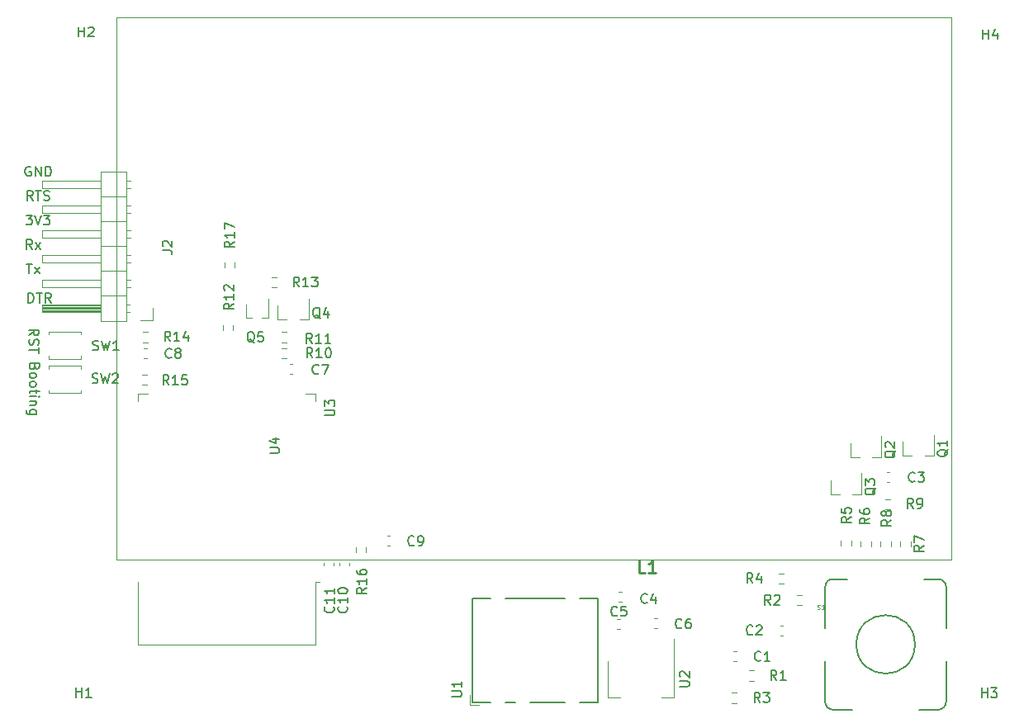
<source format=gbr>
%TF.GenerationSoftware,KiCad,Pcbnew,(5.1.7)-1*%
%TF.CreationDate,2021-01-04T12:01:46+01:00*%
%TF.ProjectId,EZ-PY32,455a2d50-5933-4322-9e6b-696361645f70,rev?*%
%TF.SameCoordinates,Original*%
%TF.FileFunction,Legend,Top*%
%TF.FilePolarity,Positive*%
%FSLAX46Y46*%
G04 Gerber Fmt 4.6, Leading zero omitted, Abs format (unit mm)*
G04 Created by KiCad (PCBNEW (5.1.7)-1) date 2021-01-04 12:01:46*
%MOMM*%
%LPD*%
G01*
G04 APERTURE LIST*
%ADD10C,0.150000*%
%ADD11C,0.120000*%
%ADD12C,0.203200*%
%ADD13C,0.015000*%
%ADD14C,0.254000*%
G04 APERTURE END LIST*
D10*
X50704690Y-89683880D02*
X50704690Y-88683880D01*
X50942785Y-88683880D01*
X51085642Y-88731500D01*
X51180880Y-88826738D01*
X51228500Y-88921976D01*
X51276119Y-89112452D01*
X51276119Y-89255309D01*
X51228500Y-89445785D01*
X51180880Y-89541023D01*
X51085642Y-89636261D01*
X50942785Y-89683880D01*
X50704690Y-89683880D01*
X51561833Y-88683880D02*
X52133261Y-88683880D01*
X51847547Y-89683880D02*
X51847547Y-88683880D01*
X53038023Y-89683880D02*
X52704690Y-89207690D01*
X52466595Y-89683880D02*
X52466595Y-88683880D01*
X52847547Y-88683880D01*
X52942785Y-88731500D01*
X52990404Y-88779119D01*
X53038023Y-88874357D01*
X53038023Y-89017214D01*
X52990404Y-89112452D01*
X52942785Y-89160071D01*
X52847547Y-89207690D01*
X52466595Y-89207690D01*
X50966595Y-75731500D02*
X50871357Y-75683880D01*
X50728500Y-75683880D01*
X50585642Y-75731500D01*
X50490404Y-75826738D01*
X50442785Y-75921976D01*
X50395166Y-76112452D01*
X50395166Y-76255309D01*
X50442785Y-76445785D01*
X50490404Y-76541023D01*
X50585642Y-76636261D01*
X50728500Y-76683880D01*
X50823738Y-76683880D01*
X50966595Y-76636261D01*
X51014214Y-76588642D01*
X51014214Y-76255309D01*
X50823738Y-76255309D01*
X51442785Y-76683880D02*
X51442785Y-75683880D01*
X52014214Y-76683880D01*
X52014214Y-75683880D01*
X52490404Y-76683880D02*
X52490404Y-75683880D01*
X52728500Y-75683880D01*
X52871357Y-75731500D01*
X52966595Y-75826738D01*
X53014214Y-75921976D01*
X53061833Y-76112452D01*
X53061833Y-76255309D01*
X53014214Y-76445785D01*
X52966595Y-76541023D01*
X52871357Y-76636261D01*
X52728500Y-76683880D01*
X52490404Y-76683880D01*
X51180880Y-79183880D02*
X50847547Y-78707690D01*
X50609452Y-79183880D02*
X50609452Y-78183880D01*
X50990404Y-78183880D01*
X51085642Y-78231500D01*
X51133261Y-78279119D01*
X51180880Y-78374357D01*
X51180880Y-78517214D01*
X51133261Y-78612452D01*
X51085642Y-78660071D01*
X50990404Y-78707690D01*
X50609452Y-78707690D01*
X51466595Y-78183880D02*
X52038023Y-78183880D01*
X51752309Y-79183880D02*
X51752309Y-78183880D01*
X52323738Y-79136261D02*
X52466595Y-79183880D01*
X52704690Y-79183880D01*
X52799928Y-79136261D01*
X52847547Y-79088642D01*
X52895166Y-78993404D01*
X52895166Y-78898166D01*
X52847547Y-78802928D01*
X52799928Y-78755309D01*
X52704690Y-78707690D01*
X52514214Y-78660071D01*
X52418976Y-78612452D01*
X52371357Y-78564833D01*
X52323738Y-78469595D01*
X52323738Y-78374357D01*
X52371357Y-78279119D01*
X52418976Y-78231500D01*
X52514214Y-78183880D01*
X52752309Y-78183880D01*
X52895166Y-78231500D01*
X50490404Y-80683880D02*
X51109452Y-80683880D01*
X50776119Y-81064833D01*
X50918976Y-81064833D01*
X51014214Y-81112452D01*
X51061833Y-81160071D01*
X51109452Y-81255309D01*
X51109452Y-81493404D01*
X51061833Y-81588642D01*
X51014214Y-81636261D01*
X50918976Y-81683880D01*
X50633261Y-81683880D01*
X50538023Y-81636261D01*
X50490404Y-81588642D01*
X51395166Y-80683880D02*
X51728500Y-81683880D01*
X52061833Y-80683880D01*
X52299928Y-80683880D02*
X52918976Y-80683880D01*
X52585642Y-81064833D01*
X52728500Y-81064833D01*
X52823738Y-81112452D01*
X52871357Y-81160071D01*
X52918976Y-81255309D01*
X52918976Y-81493404D01*
X52871357Y-81588642D01*
X52823738Y-81636261D01*
X52728500Y-81683880D01*
X52442785Y-81683880D01*
X52347547Y-81636261D01*
X52299928Y-81588642D01*
X51133261Y-84183880D02*
X50799928Y-83707690D01*
X50561833Y-84183880D02*
X50561833Y-83183880D01*
X50942785Y-83183880D01*
X51038023Y-83231500D01*
X51085642Y-83279119D01*
X51133261Y-83374357D01*
X51133261Y-83517214D01*
X51085642Y-83612452D01*
X51038023Y-83660071D01*
X50942785Y-83707690D01*
X50561833Y-83707690D01*
X51466595Y-84183880D02*
X51990404Y-83517214D01*
X51466595Y-83517214D02*
X51990404Y-84183880D01*
X50538023Y-85683880D02*
X51109452Y-85683880D01*
X50823738Y-86683880D02*
X50823738Y-85683880D01*
X51347547Y-86683880D02*
X51871357Y-86017214D01*
X51347547Y-86017214D02*
X51871357Y-86683880D01*
X51379428Y-96239295D02*
X51331809Y-96382152D01*
X51284190Y-96429771D01*
X51188952Y-96477390D01*
X51046095Y-96477390D01*
X50950857Y-96429771D01*
X50903238Y-96382152D01*
X50855619Y-96286914D01*
X50855619Y-95905961D01*
X51855619Y-95905961D01*
X51855619Y-96239295D01*
X51808000Y-96334533D01*
X51760380Y-96382152D01*
X51665142Y-96429771D01*
X51569904Y-96429771D01*
X51474666Y-96382152D01*
X51427047Y-96334533D01*
X51379428Y-96239295D01*
X51379428Y-95905961D01*
X50855619Y-97048819D02*
X50903238Y-96953580D01*
X50950857Y-96905961D01*
X51046095Y-96858342D01*
X51331809Y-96858342D01*
X51427047Y-96905961D01*
X51474666Y-96953580D01*
X51522285Y-97048819D01*
X51522285Y-97191676D01*
X51474666Y-97286914D01*
X51427047Y-97334533D01*
X51331809Y-97382152D01*
X51046095Y-97382152D01*
X50950857Y-97334533D01*
X50903238Y-97286914D01*
X50855619Y-97191676D01*
X50855619Y-97048819D01*
X50855619Y-97953580D02*
X50903238Y-97858342D01*
X50950857Y-97810723D01*
X51046095Y-97763104D01*
X51331809Y-97763104D01*
X51427047Y-97810723D01*
X51474666Y-97858342D01*
X51522285Y-97953580D01*
X51522285Y-98096438D01*
X51474666Y-98191676D01*
X51427047Y-98239295D01*
X51331809Y-98286914D01*
X51046095Y-98286914D01*
X50950857Y-98239295D01*
X50903238Y-98191676D01*
X50855619Y-98096438D01*
X50855619Y-97953580D01*
X51522285Y-98572628D02*
X51522285Y-98953580D01*
X51855619Y-98715485D02*
X50998476Y-98715485D01*
X50903238Y-98763104D01*
X50855619Y-98858342D01*
X50855619Y-98953580D01*
X50855619Y-99286914D02*
X51522285Y-99286914D01*
X51855619Y-99286914D02*
X51808000Y-99239295D01*
X51760380Y-99286914D01*
X51808000Y-99334533D01*
X51855619Y-99286914D01*
X51760380Y-99286914D01*
X51522285Y-99763104D02*
X50855619Y-99763104D01*
X51427047Y-99763104D02*
X51474666Y-99810723D01*
X51522285Y-99905961D01*
X51522285Y-100048819D01*
X51474666Y-100144057D01*
X51379428Y-100191676D01*
X50855619Y-100191676D01*
X51522285Y-101096438D02*
X50712761Y-101096438D01*
X50617523Y-101048819D01*
X50569904Y-101001200D01*
X50522285Y-100905961D01*
X50522285Y-100763104D01*
X50569904Y-100667866D01*
X50903238Y-101096438D02*
X50855619Y-101001200D01*
X50855619Y-100810723D01*
X50903238Y-100715485D01*
X50950857Y-100667866D01*
X51046095Y-100620247D01*
X51331809Y-100620247D01*
X51427047Y-100667866D01*
X51474666Y-100715485D01*
X51522285Y-100810723D01*
X51522285Y-101001200D01*
X51474666Y-101096438D01*
X50804819Y-93025980D02*
X51281009Y-92692647D01*
X50804819Y-92454552D02*
X51804819Y-92454552D01*
X51804819Y-92835504D01*
X51757200Y-92930742D01*
X51709580Y-92978361D01*
X51614342Y-93025980D01*
X51471485Y-93025980D01*
X51376247Y-92978361D01*
X51328628Y-92930742D01*
X51281009Y-92835504D01*
X51281009Y-92454552D01*
X50852438Y-93406933D02*
X50804819Y-93549790D01*
X50804819Y-93787885D01*
X50852438Y-93883123D01*
X50900057Y-93930742D01*
X50995295Y-93978361D01*
X51090533Y-93978361D01*
X51185771Y-93930742D01*
X51233390Y-93883123D01*
X51281009Y-93787885D01*
X51328628Y-93597409D01*
X51376247Y-93502171D01*
X51423866Y-93454552D01*
X51519104Y-93406933D01*
X51614342Y-93406933D01*
X51709580Y-93454552D01*
X51757200Y-93502171D01*
X51804819Y-93597409D01*
X51804819Y-93835504D01*
X51757200Y-93978361D01*
X51804819Y-94264076D02*
X51804819Y-94835504D01*
X50804819Y-94549790D02*
X51804819Y-94549790D01*
D11*
%TO.C,U4*%
X145354860Y-116028880D02*
X59756860Y-116028880D01*
X145354860Y-60402880D02*
X145354860Y-116028880D01*
X59756860Y-60402880D02*
X145354860Y-60402880D01*
X59756860Y-116028880D02*
X59756860Y-60402880D01*
%TO.C,C9*%
X87487093Y-114570380D02*
X87779627Y-114570380D01*
X87487093Y-113550380D02*
X87779627Y-113550380D01*
D12*
%TO.C,S1*%
X132420500Y-123014000D02*
X132420500Y-118820200D01*
X133226700Y-118014000D02*
X134720500Y-118014000D01*
X144014300Y-118014000D02*
X142520500Y-118014000D01*
X144820500Y-123014000D02*
X144820500Y-118820200D01*
X144820500Y-126414000D02*
X144820500Y-130607800D01*
X144014300Y-131414000D02*
X142020500Y-131414000D01*
X133226700Y-131414000D02*
X135220500Y-131414000D01*
X132420500Y-126414000D02*
X132420500Y-130607800D01*
X141620500Y-124714000D02*
G75*
G03*
X141620500Y-124714000I-3000000J0D01*
G01*
X132420500Y-118820200D02*
G75*
G02*
X133226700Y-118014000I806200J0D01*
G01*
X144820500Y-118820200D02*
G75*
G03*
X144014300Y-118014000I-806200J0D01*
G01*
X144820500Y-130607800D02*
G75*
G02*
X144014300Y-131414000I-806200J0D01*
G01*
X132420500Y-130607800D02*
G75*
G03*
X133226700Y-131414000I806200J0D01*
G01*
D11*
%TO.C,C4*%
X111551627Y-120341880D02*
X111259093Y-120341880D01*
X111551627Y-119321880D02*
X111259093Y-119321880D01*
%TO.C,U1*%
X95959500Y-129902500D02*
X95959500Y-130902500D01*
X95959500Y-130902500D02*
X96959500Y-130902500D01*
D10*
X107269500Y-120000500D02*
X109149500Y-120000500D01*
X109149500Y-120000500D02*
X109149500Y-130650500D01*
X109149500Y-130650500D02*
X107269500Y-130650500D01*
X105709500Y-130650500D02*
X102189500Y-130650500D01*
X100629500Y-130650500D02*
X99649500Y-130650500D01*
X98089500Y-130650500D02*
X96209500Y-130650500D01*
X96209500Y-120000500D02*
X98089500Y-120000500D01*
X99649500Y-120000500D02*
X105709500Y-120000500D01*
X96209500Y-130650500D02*
X96209500Y-120000500D01*
D11*
%TO.C,R10*%
X76719976Y-94323000D02*
X77229424Y-94323000D01*
X76719976Y-95368000D02*
X77229424Y-95368000D01*
%TO.C,R6*%
X137111000Y-114148776D02*
X137111000Y-114658224D01*
X136066000Y-114148776D02*
X136066000Y-114658224D01*
%TO.C,R5*%
X135079000Y-114045276D02*
X135079000Y-114554724D01*
X134034000Y-114045276D02*
X134034000Y-114554724D01*
%TO.C,U3*%
X80176500Y-99802500D02*
X80176500Y-99022500D01*
X80176500Y-99022500D02*
X79176500Y-99022500D01*
X61936500Y-99802500D02*
X61936500Y-99022500D01*
X61936500Y-99022500D02*
X62936500Y-99022500D01*
X80176500Y-124767500D02*
X61936500Y-124767500D01*
X61936500Y-124767500D02*
X61936500Y-118347500D01*
X80176500Y-124767500D02*
X80176500Y-118347500D01*
X80176500Y-118347500D02*
X80556500Y-118347500D01*
%TO.C,SW1*%
X56133000Y-92943500D02*
X56133000Y-92643500D01*
X56133000Y-92643500D02*
X52833000Y-92643500D01*
X52833000Y-92643500D02*
X52833000Y-92943500D01*
X56133000Y-95143500D02*
X56133000Y-95443500D01*
X56133000Y-95443500D02*
X52833000Y-95443500D01*
X52833000Y-95443500D02*
X52833000Y-95143500D01*
%TO.C,R14*%
X62980024Y-93717000D02*
X62470576Y-93717000D01*
X62980024Y-92672000D02*
X62470576Y-92672000D01*
%TO.C,C3*%
X138728233Y-107035500D02*
X139020767Y-107035500D01*
X138728233Y-108055500D02*
X139020767Y-108055500D01*
%TO.C,C8*%
X62871567Y-95355500D02*
X62579033Y-95355500D01*
X62871567Y-94335500D02*
X62579033Y-94335500D01*
%TO.C,R11*%
X77229424Y-93717000D02*
X76719976Y-93717000D01*
X77229424Y-92672000D02*
X76719976Y-92672000D01*
%TO.C,R15*%
X62929224Y-98111200D02*
X62419776Y-98111200D01*
X62929224Y-97066200D02*
X62419776Y-97066200D01*
%TO.C,C1*%
X123323567Y-126445100D02*
X123031033Y-126445100D01*
X123323567Y-125425100D02*
X123031033Y-125425100D01*
%TO.C,C2*%
X128098767Y-123803500D02*
X127806233Y-123803500D01*
X128098767Y-122783500D02*
X127806233Y-122783500D01*
%TO.C,C5*%
X111376627Y-123116880D02*
X111084093Y-123116880D01*
X111376627Y-122096880D02*
X111084093Y-122096880D01*
%TO.C,C6*%
X114909093Y-122021880D02*
X115201627Y-122021880D01*
X114909093Y-123041880D02*
X115201627Y-123041880D01*
%TO.C,C7*%
X77826627Y-96991880D02*
X77534093Y-96991880D01*
X77826627Y-95971880D02*
X77534093Y-95971880D01*
%TO.C,C10*%
X83665360Y-116360613D02*
X83665360Y-116653147D01*
X82645360Y-116360613D02*
X82645360Y-116653147D01*
%TO.C,C11*%
X82065360Y-116360613D02*
X82065360Y-116653147D01*
X81045360Y-116360613D02*
X81045360Y-116653147D01*
%TO.C,R1*%
X124598976Y-127393800D02*
X125108424Y-127393800D01*
X124598976Y-128438800D02*
X125108424Y-128438800D01*
%TO.C,R2*%
X129526576Y-119672200D02*
X130036024Y-119672200D01*
X129526576Y-120717200D02*
X130036024Y-120717200D01*
%TO.C,R3*%
X122820976Y-129679800D02*
X123330424Y-129679800D01*
X122820976Y-130724800D02*
X123330424Y-130724800D01*
%TO.C,R4*%
X128207224Y-118482000D02*
X127697776Y-118482000D01*
X128207224Y-117437000D02*
X127697776Y-117437000D01*
%TO.C,R8*%
X139143000Y-114148776D02*
X139143000Y-114658224D01*
X138098000Y-114148776D02*
X138098000Y-114658224D01*
%TO.C,R9*%
X138619776Y-109817000D02*
X139129224Y-109817000D01*
X138619776Y-110862000D02*
X139129224Y-110862000D01*
%TO.C,R7*%
X141175000Y-114148776D02*
X141175000Y-114658224D01*
X140130000Y-114148776D02*
X140130000Y-114658224D01*
%TO.C,U2*%
X110114500Y-130192500D02*
X111374500Y-130192500D01*
X116934500Y-130192500D02*
X115674500Y-130192500D01*
X110114500Y-126432500D02*
X110114500Y-130192500D01*
X116934500Y-124182500D02*
X116934500Y-130192500D01*
%TO.C,Q4*%
X76283700Y-91414500D02*
X77213700Y-91414500D01*
X79443700Y-91414500D02*
X78513700Y-91414500D01*
X79443700Y-91414500D02*
X79443700Y-89254500D01*
X76283700Y-91414500D02*
X76283700Y-89954500D01*
%TO.C,Q5*%
X73680700Y-91257500D02*
X73020700Y-91257500D01*
X75340700Y-91257500D02*
X74680700Y-91257500D01*
X75340700Y-91257500D02*
X75340700Y-89227500D01*
X73020700Y-89847500D02*
X73020700Y-91257500D01*
%TO.C,R12*%
X71731400Y-91999976D02*
X71731400Y-92509424D01*
X70686400Y-91999976D02*
X70686400Y-92509424D01*
%TO.C,R13*%
X76188024Y-87058600D02*
X75678576Y-87058600D01*
X76188024Y-88103600D02*
X75678576Y-88103600D01*
%TO.C,J2*%
X60790000Y-91563500D02*
X60790000Y-76203500D01*
X60790000Y-76203500D02*
X58130000Y-76203500D01*
X58130000Y-76203500D02*
X58130000Y-91563500D01*
X58130000Y-91563500D02*
X60790000Y-91563500D01*
X58130000Y-90613500D02*
X52130000Y-90613500D01*
X52130000Y-90613500D02*
X52130000Y-89853500D01*
X52130000Y-89853500D02*
X58130000Y-89853500D01*
X58130000Y-90553500D02*
X52130000Y-90553500D01*
X58130000Y-90433500D02*
X52130000Y-90433500D01*
X58130000Y-90313500D02*
X52130000Y-90313500D01*
X58130000Y-90193500D02*
X52130000Y-90193500D01*
X58130000Y-90073500D02*
X52130000Y-90073500D01*
X58130000Y-89953500D02*
X52130000Y-89953500D01*
X61120000Y-90613500D02*
X60790000Y-90613500D01*
X61120000Y-89853500D02*
X60790000Y-89853500D01*
X60790000Y-88963500D02*
X58130000Y-88963500D01*
X58130000Y-88073500D02*
X52130000Y-88073500D01*
X52130000Y-88073500D02*
X52130000Y-87313500D01*
X52130000Y-87313500D02*
X58130000Y-87313500D01*
X61187071Y-88073500D02*
X60790000Y-88073500D01*
X61187071Y-87313500D02*
X60790000Y-87313500D01*
X60790000Y-86423500D02*
X58130000Y-86423500D01*
X58130000Y-85533500D02*
X52130000Y-85533500D01*
X52130000Y-85533500D02*
X52130000Y-84773500D01*
X52130000Y-84773500D02*
X58130000Y-84773500D01*
X61187071Y-85533500D02*
X60790000Y-85533500D01*
X61187071Y-84773500D02*
X60790000Y-84773500D01*
X60790000Y-83883500D02*
X58130000Y-83883500D01*
X58130000Y-82993500D02*
X52130000Y-82993500D01*
X52130000Y-82993500D02*
X52130000Y-82233500D01*
X52130000Y-82233500D02*
X58130000Y-82233500D01*
X61187071Y-82993500D02*
X60790000Y-82993500D01*
X61187071Y-82233500D02*
X60790000Y-82233500D01*
X60790000Y-81343500D02*
X58130000Y-81343500D01*
X58130000Y-80453500D02*
X52130000Y-80453500D01*
X52130000Y-80453500D02*
X52130000Y-79693500D01*
X52130000Y-79693500D02*
X58130000Y-79693500D01*
X61187071Y-80453500D02*
X60790000Y-80453500D01*
X61187071Y-79693500D02*
X60790000Y-79693500D01*
X60790000Y-78803500D02*
X58130000Y-78803500D01*
X58130000Y-77913500D02*
X52130000Y-77913500D01*
X52130000Y-77913500D02*
X52130000Y-77153500D01*
X52130000Y-77153500D02*
X58130000Y-77153500D01*
X61187071Y-77913500D02*
X60790000Y-77913500D01*
X61187071Y-77153500D02*
X60790000Y-77153500D01*
X63500000Y-90233500D02*
X63500000Y-91503500D01*
X63500000Y-91503500D02*
X62230000Y-91503500D01*
%TO.C,Q1*%
X140393300Y-105375100D02*
X141323300Y-105375100D01*
X143553300Y-105375100D02*
X142623300Y-105375100D01*
X143553300Y-105375100D02*
X143553300Y-103215100D01*
X140393300Y-105375100D02*
X140393300Y-103915100D01*
%TO.C,Q2*%
X135008500Y-105511500D02*
X135008500Y-104051500D01*
X138168500Y-105511500D02*
X138168500Y-103351500D01*
X138168500Y-105511500D02*
X137238500Y-105511500D01*
X135008500Y-105511500D02*
X135938500Y-105511500D01*
%TO.C,Q3*%
X132976500Y-109321500D02*
X133906500Y-109321500D01*
X136136500Y-109321500D02*
X135206500Y-109321500D01*
X136136500Y-109321500D02*
X136136500Y-107161500D01*
X132976500Y-109321500D02*
X132976500Y-107861500D01*
%TO.C,R17*%
X71899860Y-85548156D02*
X71899860Y-86057604D01*
X70854860Y-85548156D02*
X70854860Y-86057604D01*
%TO.C,SW2*%
X52833000Y-98936000D02*
X52833000Y-98636000D01*
X56133000Y-98936000D02*
X52833000Y-98936000D01*
X56133000Y-98636000D02*
X56133000Y-98936000D01*
X52833000Y-96136000D02*
X52833000Y-96436000D01*
X56133000Y-96136000D02*
X52833000Y-96136000D01*
X56133000Y-96436000D02*
X56133000Y-96136000D01*
%TO.C,R16*%
X84316860Y-115267604D02*
X84316860Y-114758156D01*
X85361860Y-115267604D02*
X85361860Y-114758156D01*
%TO.C,U4*%
D10*
X75465240Y-105106784D02*
X76274764Y-105106784D01*
X76370002Y-105059165D01*
X76417621Y-105011546D01*
X76465240Y-104916308D01*
X76465240Y-104725832D01*
X76417621Y-104630594D01*
X76370002Y-104582975D01*
X76274764Y-104535356D01*
X75465240Y-104535356D01*
X75798574Y-103630594D02*
X76465240Y-103630594D01*
X75417621Y-103868689D02*
X76131907Y-104106784D01*
X76131907Y-103487737D01*
%TO.C,C9*%
X90265693Y-114503522D02*
X90218074Y-114551141D01*
X90075217Y-114598760D01*
X89979979Y-114598760D01*
X89837121Y-114551141D01*
X89741883Y-114455903D01*
X89694264Y-114360665D01*
X89646645Y-114170189D01*
X89646645Y-114027332D01*
X89694264Y-113836856D01*
X89741883Y-113741618D01*
X89837121Y-113646380D01*
X89979979Y-113598760D01*
X90075217Y-113598760D01*
X90218074Y-113646380D01*
X90265693Y-113693999D01*
X90741883Y-114598760D02*
X90932360Y-114598760D01*
X91027598Y-114551141D01*
X91075217Y-114503522D01*
X91170455Y-114360665D01*
X91218074Y-114170189D01*
X91218074Y-113789237D01*
X91170455Y-113693999D01*
X91122836Y-113646380D01*
X91027598Y-113598760D01*
X90837121Y-113598760D01*
X90741883Y-113646380D01*
X90694264Y-113693999D01*
X90646645Y-113789237D01*
X90646645Y-114027332D01*
X90694264Y-114122570D01*
X90741883Y-114170189D01*
X90837121Y-114217808D01*
X91027598Y-114217808D01*
X91122836Y-114170189D01*
X91170455Y-114122570D01*
X91218074Y-114027332D01*
%TO.C,S1*%
D13*
X131599985Y-121098285D02*
X131668557Y-121121142D01*
X131782842Y-121121142D01*
X131828557Y-121098285D01*
X131851414Y-121075428D01*
X131874271Y-121029714D01*
X131874271Y-120984000D01*
X131851414Y-120938285D01*
X131828557Y-120915428D01*
X131782842Y-120892571D01*
X131691414Y-120869714D01*
X131645700Y-120846857D01*
X131622842Y-120824000D01*
X131599985Y-120778285D01*
X131599985Y-120732571D01*
X131622842Y-120686857D01*
X131645700Y-120664000D01*
X131691414Y-120641142D01*
X131805700Y-120641142D01*
X131874271Y-120664000D01*
X132331414Y-121121142D02*
X132057128Y-121121142D01*
X132194271Y-121121142D02*
X132194271Y-120641142D01*
X132148557Y-120709714D01*
X132102842Y-120755428D01*
X132057128Y-120778285D01*
%TO.C,C4*%
D10*
X114163693Y-120414022D02*
X114116074Y-120461641D01*
X113973217Y-120509260D01*
X113877979Y-120509260D01*
X113735121Y-120461641D01*
X113639883Y-120366403D01*
X113592264Y-120271165D01*
X113544645Y-120080689D01*
X113544645Y-119937832D01*
X113592264Y-119747356D01*
X113639883Y-119652118D01*
X113735121Y-119556880D01*
X113877979Y-119509260D01*
X113973217Y-119509260D01*
X114116074Y-119556880D01*
X114163693Y-119604499D01*
X115020836Y-119842594D02*
X115020836Y-120509260D01*
X114782740Y-119461641D02*
X114544645Y-120175927D01*
X115163693Y-120175927D01*
%TO.C,U1*%
X94131880Y-130087404D02*
X94941404Y-130087404D01*
X95036642Y-130039785D01*
X95084261Y-129992166D01*
X95131880Y-129896928D01*
X95131880Y-129706452D01*
X95084261Y-129611214D01*
X95036642Y-129563595D01*
X94941404Y-129515976D01*
X94131880Y-129515976D01*
X95131880Y-128515976D02*
X95131880Y-129087404D01*
X95131880Y-128801690D02*
X94131880Y-128801690D01*
X94274738Y-128896928D01*
X94369976Y-128992166D01*
X94417595Y-129087404D01*
%TO.C,R10*%
X79862442Y-95297880D02*
X79529109Y-94821690D01*
X79291014Y-95297880D02*
X79291014Y-94297880D01*
X79671966Y-94297880D01*
X79767204Y-94345500D01*
X79814823Y-94393119D01*
X79862442Y-94488357D01*
X79862442Y-94631214D01*
X79814823Y-94726452D01*
X79767204Y-94774071D01*
X79671966Y-94821690D01*
X79291014Y-94821690D01*
X80814823Y-95297880D02*
X80243395Y-95297880D01*
X80529109Y-95297880D02*
X80529109Y-94297880D01*
X80433871Y-94440738D01*
X80338633Y-94535976D01*
X80243395Y-94583595D01*
X81433871Y-94297880D02*
X81529109Y-94297880D01*
X81624347Y-94345500D01*
X81671966Y-94393119D01*
X81719585Y-94488357D01*
X81767204Y-94678833D01*
X81767204Y-94916928D01*
X81719585Y-95107404D01*
X81671966Y-95202642D01*
X81624347Y-95250261D01*
X81529109Y-95297880D01*
X81433871Y-95297880D01*
X81338633Y-95250261D01*
X81291014Y-95202642D01*
X81243395Y-95107404D01*
X81195776Y-94916928D01*
X81195776Y-94678833D01*
X81243395Y-94488357D01*
X81291014Y-94393119D01*
X81338633Y-94345500D01*
X81433871Y-94297880D01*
%TO.C,R6*%
X136977380Y-111752666D02*
X136501190Y-112086000D01*
X136977380Y-112324095D02*
X135977380Y-112324095D01*
X135977380Y-111943142D01*
X136025000Y-111847904D01*
X136072619Y-111800285D01*
X136167857Y-111752666D01*
X136310714Y-111752666D01*
X136405952Y-111800285D01*
X136453571Y-111847904D01*
X136501190Y-111943142D01*
X136501190Y-112324095D01*
X135977380Y-110895523D02*
X135977380Y-111086000D01*
X136025000Y-111181238D01*
X136072619Y-111228857D01*
X136215476Y-111324095D01*
X136405952Y-111371714D01*
X136786904Y-111371714D01*
X136882142Y-111324095D01*
X136929761Y-111276476D01*
X136977380Y-111181238D01*
X136977380Y-110990761D01*
X136929761Y-110895523D01*
X136882142Y-110847904D01*
X136786904Y-110800285D01*
X136548809Y-110800285D01*
X136453571Y-110847904D01*
X136405952Y-110895523D01*
X136358333Y-110990761D01*
X136358333Y-111181238D01*
X136405952Y-111276476D01*
X136453571Y-111324095D01*
X136548809Y-111371714D01*
%TO.C,R5*%
X135072380Y-111649166D02*
X134596190Y-111982500D01*
X135072380Y-112220595D02*
X134072380Y-112220595D01*
X134072380Y-111839642D01*
X134120000Y-111744404D01*
X134167619Y-111696785D01*
X134262857Y-111649166D01*
X134405714Y-111649166D01*
X134500952Y-111696785D01*
X134548571Y-111744404D01*
X134596190Y-111839642D01*
X134596190Y-112220595D01*
X134072380Y-110744404D02*
X134072380Y-111220595D01*
X134548571Y-111268214D01*
X134500952Y-111220595D01*
X134453333Y-111125357D01*
X134453333Y-110887261D01*
X134500952Y-110792023D01*
X134548571Y-110744404D01*
X134643809Y-110696785D01*
X134881904Y-110696785D01*
X134977142Y-110744404D01*
X135024761Y-110792023D01*
X135072380Y-110887261D01*
X135072380Y-111125357D01*
X135024761Y-111220595D01*
X134977142Y-111268214D01*
%TO.C,U3*%
X81118880Y-101234404D02*
X81928404Y-101234404D01*
X82023642Y-101186785D01*
X82071261Y-101139166D01*
X82118880Y-101043928D01*
X82118880Y-100853452D01*
X82071261Y-100758214D01*
X82023642Y-100710595D01*
X81928404Y-100662976D01*
X81118880Y-100662976D01*
X81118880Y-100282023D02*
X81118880Y-99662976D01*
X81499833Y-99996309D01*
X81499833Y-99853452D01*
X81547452Y-99758214D01*
X81595071Y-99710595D01*
X81690309Y-99662976D01*
X81928404Y-99662976D01*
X82023642Y-99710595D01*
X82071261Y-99758214D01*
X82118880Y-99853452D01*
X82118880Y-100139166D01*
X82071261Y-100234404D01*
X82023642Y-100282023D01*
%TO.C,SW1*%
X57340666Y-94511761D02*
X57483523Y-94559380D01*
X57721619Y-94559380D01*
X57816857Y-94511761D01*
X57864476Y-94464142D01*
X57912095Y-94368904D01*
X57912095Y-94273666D01*
X57864476Y-94178428D01*
X57816857Y-94130809D01*
X57721619Y-94083190D01*
X57531142Y-94035571D01*
X57435904Y-93987952D01*
X57388285Y-93940333D01*
X57340666Y-93845095D01*
X57340666Y-93749857D01*
X57388285Y-93654619D01*
X57435904Y-93607000D01*
X57531142Y-93559380D01*
X57769238Y-93559380D01*
X57912095Y-93607000D01*
X58245428Y-93559380D02*
X58483523Y-94559380D01*
X58674000Y-93845095D01*
X58864476Y-94559380D01*
X59102571Y-93559380D01*
X60007333Y-94559380D02*
X59435904Y-94559380D01*
X59721619Y-94559380D02*
X59721619Y-93559380D01*
X59626380Y-93702238D01*
X59531142Y-93797476D01*
X59435904Y-93845095D01*
%TO.C,R14*%
X65282842Y-93621480D02*
X64949509Y-93145290D01*
X64711414Y-93621480D02*
X64711414Y-92621480D01*
X65092366Y-92621480D01*
X65187604Y-92669100D01*
X65235223Y-92716719D01*
X65282842Y-92811957D01*
X65282842Y-92954814D01*
X65235223Y-93050052D01*
X65187604Y-93097671D01*
X65092366Y-93145290D01*
X64711414Y-93145290D01*
X66235223Y-93621480D02*
X65663795Y-93621480D01*
X65949509Y-93621480D02*
X65949509Y-92621480D01*
X65854271Y-92764338D01*
X65759033Y-92859576D01*
X65663795Y-92907195D01*
X67092366Y-92954814D02*
X67092366Y-93621480D01*
X66854271Y-92573861D02*
X66616176Y-93288147D01*
X67235223Y-93288147D01*
%TO.C,C3*%
X141603433Y-107953442D02*
X141555814Y-108001061D01*
X141412957Y-108048680D01*
X141317719Y-108048680D01*
X141174861Y-108001061D01*
X141079623Y-107905823D01*
X141032004Y-107810585D01*
X140984385Y-107620109D01*
X140984385Y-107477252D01*
X141032004Y-107286776D01*
X141079623Y-107191538D01*
X141174861Y-107096300D01*
X141317719Y-107048680D01*
X141412957Y-107048680D01*
X141555814Y-107096300D01*
X141603433Y-107143919D01*
X141936766Y-107048680D02*
X142555814Y-107048680D01*
X142222480Y-107429633D01*
X142365338Y-107429633D01*
X142460576Y-107477252D01*
X142508195Y-107524871D01*
X142555814Y-107620109D01*
X142555814Y-107858204D01*
X142508195Y-107953442D01*
X142460576Y-108001061D01*
X142365338Y-108048680D01*
X142079623Y-108048680D01*
X141984385Y-108001061D01*
X141936766Y-107953442D01*
%TO.C,C8*%
X65403433Y-95253442D02*
X65355814Y-95301061D01*
X65212957Y-95348680D01*
X65117719Y-95348680D01*
X64974861Y-95301061D01*
X64879623Y-95205823D01*
X64832004Y-95110585D01*
X64784385Y-94920109D01*
X64784385Y-94777252D01*
X64832004Y-94586776D01*
X64879623Y-94491538D01*
X64974861Y-94396300D01*
X65117719Y-94348680D01*
X65212957Y-94348680D01*
X65355814Y-94396300D01*
X65403433Y-94443919D01*
X65974861Y-94777252D02*
X65879623Y-94729633D01*
X65832004Y-94682014D01*
X65784385Y-94586776D01*
X65784385Y-94539157D01*
X65832004Y-94443919D01*
X65879623Y-94396300D01*
X65974861Y-94348680D01*
X66165338Y-94348680D01*
X66260576Y-94396300D01*
X66308195Y-94443919D01*
X66355814Y-94539157D01*
X66355814Y-94586776D01*
X66308195Y-94682014D01*
X66260576Y-94729633D01*
X66165338Y-94777252D01*
X65974861Y-94777252D01*
X65879623Y-94824871D01*
X65832004Y-94872490D01*
X65784385Y-94967728D01*
X65784385Y-95158204D01*
X65832004Y-95253442D01*
X65879623Y-95301061D01*
X65974861Y-95348680D01*
X66165338Y-95348680D01*
X66260576Y-95301061D01*
X66308195Y-95253442D01*
X66355814Y-95158204D01*
X66355814Y-94967728D01*
X66308195Y-94872490D01*
X66260576Y-94824871D01*
X66165338Y-94777252D01*
%TO.C,R11*%
X79811642Y-93824680D02*
X79478309Y-93348490D01*
X79240214Y-93824680D02*
X79240214Y-92824680D01*
X79621166Y-92824680D01*
X79716404Y-92872300D01*
X79764023Y-92919919D01*
X79811642Y-93015157D01*
X79811642Y-93158014D01*
X79764023Y-93253252D01*
X79716404Y-93300871D01*
X79621166Y-93348490D01*
X79240214Y-93348490D01*
X80764023Y-93824680D02*
X80192595Y-93824680D01*
X80478309Y-93824680D02*
X80478309Y-92824680D01*
X80383071Y-92967538D01*
X80287833Y-93062776D01*
X80192595Y-93110395D01*
X81716404Y-93824680D02*
X81144976Y-93824680D01*
X81430690Y-93824680D02*
X81430690Y-92824680D01*
X81335452Y-92967538D01*
X81240214Y-93062776D01*
X81144976Y-93110395D01*
%TO.C,R15*%
X65130442Y-98091880D02*
X64797109Y-97615690D01*
X64559014Y-98091880D02*
X64559014Y-97091880D01*
X64939966Y-97091880D01*
X65035204Y-97139500D01*
X65082823Y-97187119D01*
X65130442Y-97282357D01*
X65130442Y-97425214D01*
X65082823Y-97520452D01*
X65035204Y-97568071D01*
X64939966Y-97615690D01*
X64559014Y-97615690D01*
X66082823Y-98091880D02*
X65511395Y-98091880D01*
X65797109Y-98091880D02*
X65797109Y-97091880D01*
X65701871Y-97234738D01*
X65606633Y-97329976D01*
X65511395Y-97377595D01*
X66987585Y-97091880D02*
X66511395Y-97091880D01*
X66463776Y-97568071D01*
X66511395Y-97520452D01*
X66606633Y-97472833D01*
X66844728Y-97472833D01*
X66939966Y-97520452D01*
X66987585Y-97568071D01*
X67035204Y-97663309D01*
X67035204Y-97901404D01*
X66987585Y-97996642D01*
X66939966Y-98044261D01*
X66844728Y-98091880D01*
X66606633Y-98091880D01*
X66511395Y-98044261D01*
X66463776Y-97996642D01*
%TO.C,C1*%
X125804633Y-126343042D02*
X125757014Y-126390661D01*
X125614157Y-126438280D01*
X125518919Y-126438280D01*
X125376061Y-126390661D01*
X125280823Y-126295423D01*
X125233204Y-126200185D01*
X125185585Y-126009709D01*
X125185585Y-125866852D01*
X125233204Y-125676376D01*
X125280823Y-125581138D01*
X125376061Y-125485900D01*
X125518919Y-125438280D01*
X125614157Y-125438280D01*
X125757014Y-125485900D01*
X125804633Y-125533519D01*
X126757014Y-126438280D02*
X126185585Y-126438280D01*
X126471300Y-126438280D02*
X126471300Y-125438280D01*
X126376061Y-125581138D01*
X126280823Y-125676376D01*
X126185585Y-125723995D01*
%TO.C,C2*%
X124991833Y-123650642D02*
X124944214Y-123698261D01*
X124801357Y-123745880D01*
X124706119Y-123745880D01*
X124563261Y-123698261D01*
X124468023Y-123603023D01*
X124420404Y-123507785D01*
X124372785Y-123317309D01*
X124372785Y-123174452D01*
X124420404Y-122983976D01*
X124468023Y-122888738D01*
X124563261Y-122793500D01*
X124706119Y-122745880D01*
X124801357Y-122745880D01*
X124944214Y-122793500D01*
X124991833Y-122841119D01*
X125372785Y-122841119D02*
X125420404Y-122793500D01*
X125515642Y-122745880D01*
X125753738Y-122745880D01*
X125848976Y-122793500D01*
X125896595Y-122841119D01*
X125944214Y-122936357D01*
X125944214Y-123031595D01*
X125896595Y-123174452D01*
X125325166Y-123745880D01*
X125944214Y-123745880D01*
%TO.C,C5*%
X111088693Y-121720022D02*
X111041074Y-121767641D01*
X110898217Y-121815260D01*
X110802979Y-121815260D01*
X110660121Y-121767641D01*
X110564883Y-121672403D01*
X110517264Y-121577165D01*
X110469645Y-121386689D01*
X110469645Y-121243832D01*
X110517264Y-121053356D01*
X110564883Y-120958118D01*
X110660121Y-120862880D01*
X110802979Y-120815260D01*
X110898217Y-120815260D01*
X111041074Y-120862880D01*
X111088693Y-120910499D01*
X111993455Y-120815260D02*
X111517264Y-120815260D01*
X111469645Y-121291451D01*
X111517264Y-121243832D01*
X111612502Y-121196213D01*
X111850598Y-121196213D01*
X111945836Y-121243832D01*
X111993455Y-121291451D01*
X112041074Y-121386689D01*
X112041074Y-121624784D01*
X111993455Y-121720022D01*
X111945836Y-121767641D01*
X111850598Y-121815260D01*
X111612502Y-121815260D01*
X111517264Y-121767641D01*
X111469645Y-121720022D01*
%TO.C,C6*%
X117708093Y-122990622D02*
X117660474Y-123038241D01*
X117517617Y-123085860D01*
X117422379Y-123085860D01*
X117279521Y-123038241D01*
X117184283Y-122943003D01*
X117136664Y-122847765D01*
X117089045Y-122657289D01*
X117089045Y-122514432D01*
X117136664Y-122323956D01*
X117184283Y-122228718D01*
X117279521Y-122133480D01*
X117422379Y-122085860D01*
X117517617Y-122085860D01*
X117660474Y-122133480D01*
X117708093Y-122181099D01*
X118565236Y-122085860D02*
X118374760Y-122085860D01*
X118279521Y-122133480D01*
X118231902Y-122181099D01*
X118136664Y-122323956D01*
X118089045Y-122514432D01*
X118089045Y-122895384D01*
X118136664Y-122990622D01*
X118184283Y-123038241D01*
X118279521Y-123085860D01*
X118469998Y-123085860D01*
X118565236Y-123038241D01*
X118612855Y-122990622D01*
X118660474Y-122895384D01*
X118660474Y-122657289D01*
X118612855Y-122562051D01*
X118565236Y-122514432D01*
X118469998Y-122466813D01*
X118279521Y-122466813D01*
X118184283Y-122514432D01*
X118136664Y-122562051D01*
X118089045Y-122657289D01*
%TO.C,C7*%
X80485493Y-96915222D02*
X80437874Y-96962841D01*
X80295017Y-97010460D01*
X80199779Y-97010460D01*
X80056921Y-96962841D01*
X79961683Y-96867603D01*
X79914064Y-96772365D01*
X79866445Y-96581889D01*
X79866445Y-96439032D01*
X79914064Y-96248556D01*
X79961683Y-96153318D01*
X80056921Y-96058080D01*
X80199779Y-96010460D01*
X80295017Y-96010460D01*
X80437874Y-96058080D01*
X80485493Y-96105699D01*
X80818826Y-96010460D02*
X81485493Y-96010460D01*
X81056921Y-97010460D01*
%TO.C,C10*%
X83364102Y-120838037D02*
X83411721Y-120885656D01*
X83459340Y-121028513D01*
X83459340Y-121123751D01*
X83411721Y-121266608D01*
X83316483Y-121361846D01*
X83221245Y-121409465D01*
X83030769Y-121457084D01*
X82887912Y-121457084D01*
X82697436Y-121409465D01*
X82602198Y-121361846D01*
X82506960Y-121266608D01*
X82459340Y-121123751D01*
X82459340Y-121028513D01*
X82506960Y-120885656D01*
X82554579Y-120838037D01*
X83459340Y-119885656D02*
X83459340Y-120457084D01*
X83459340Y-120171370D02*
X82459340Y-120171370D01*
X82602198Y-120266608D01*
X82697436Y-120361846D01*
X82745055Y-120457084D01*
X82459340Y-119266608D02*
X82459340Y-119171370D01*
X82506960Y-119076132D01*
X82554579Y-119028513D01*
X82649817Y-118980894D01*
X82840293Y-118933275D01*
X83078388Y-118933275D01*
X83268864Y-118980894D01*
X83364102Y-119028513D01*
X83411721Y-119076132D01*
X83459340Y-119171370D01*
X83459340Y-119266608D01*
X83411721Y-119361846D01*
X83364102Y-119409465D01*
X83268864Y-119457084D01*
X83078388Y-119504703D01*
X82840293Y-119504703D01*
X82649817Y-119457084D01*
X82554579Y-119409465D01*
X82506960Y-119361846D01*
X82459340Y-119266608D01*
%TO.C,C11*%
X81986102Y-120864537D02*
X82033721Y-120912156D01*
X82081340Y-121055013D01*
X82081340Y-121150251D01*
X82033721Y-121293108D01*
X81938483Y-121388346D01*
X81843245Y-121435965D01*
X81652769Y-121483584D01*
X81509912Y-121483584D01*
X81319436Y-121435965D01*
X81224198Y-121388346D01*
X81128960Y-121293108D01*
X81081340Y-121150251D01*
X81081340Y-121055013D01*
X81128960Y-120912156D01*
X81176579Y-120864537D01*
X82081340Y-119912156D02*
X82081340Y-120483584D01*
X82081340Y-120197870D02*
X81081340Y-120197870D01*
X81224198Y-120293108D01*
X81319436Y-120388346D01*
X81367055Y-120483584D01*
X82081340Y-118959775D02*
X82081340Y-119531203D01*
X82081340Y-119245489D02*
X81081340Y-119245489D01*
X81224198Y-119340727D01*
X81319436Y-119435965D01*
X81367055Y-119531203D01*
%TO.C,R1*%
X127430233Y-128368680D02*
X127096900Y-127892490D01*
X126858804Y-128368680D02*
X126858804Y-127368680D01*
X127239757Y-127368680D01*
X127334995Y-127416300D01*
X127382614Y-127463919D01*
X127430233Y-127559157D01*
X127430233Y-127702014D01*
X127382614Y-127797252D01*
X127334995Y-127844871D01*
X127239757Y-127892490D01*
X126858804Y-127892490D01*
X128382614Y-128368680D02*
X127811185Y-128368680D01*
X128096900Y-128368680D02*
X128096900Y-127368680D01*
X128001661Y-127511538D01*
X127906423Y-127606776D01*
X127811185Y-127654395D01*
%TO.C,R2*%
X126820633Y-120647080D02*
X126487300Y-120170890D01*
X126249204Y-120647080D02*
X126249204Y-119647080D01*
X126630157Y-119647080D01*
X126725395Y-119694700D01*
X126773014Y-119742319D01*
X126820633Y-119837557D01*
X126820633Y-119980414D01*
X126773014Y-120075652D01*
X126725395Y-120123271D01*
X126630157Y-120170890D01*
X126249204Y-120170890D01*
X127201585Y-119742319D02*
X127249204Y-119694700D01*
X127344442Y-119647080D01*
X127582538Y-119647080D01*
X127677776Y-119694700D01*
X127725395Y-119742319D01*
X127773014Y-119837557D01*
X127773014Y-119932795D01*
X127725395Y-120075652D01*
X127153966Y-120647080D01*
X127773014Y-120647080D01*
%TO.C,R3*%
X125753833Y-130654680D02*
X125420500Y-130178490D01*
X125182404Y-130654680D02*
X125182404Y-129654680D01*
X125563357Y-129654680D01*
X125658595Y-129702300D01*
X125706214Y-129749919D01*
X125753833Y-129845157D01*
X125753833Y-129988014D01*
X125706214Y-130083252D01*
X125658595Y-130130871D01*
X125563357Y-130178490D01*
X125182404Y-130178490D01*
X126087166Y-129654680D02*
X126706214Y-129654680D01*
X126372880Y-130035633D01*
X126515738Y-130035633D01*
X126610976Y-130083252D01*
X126658595Y-130130871D01*
X126706214Y-130226109D01*
X126706214Y-130464204D01*
X126658595Y-130559442D01*
X126610976Y-130607061D01*
X126515738Y-130654680D01*
X126230023Y-130654680D01*
X126134785Y-130607061D01*
X126087166Y-130559442D01*
%TO.C,R4*%
X124991833Y-118411880D02*
X124658500Y-117935690D01*
X124420404Y-118411880D02*
X124420404Y-117411880D01*
X124801357Y-117411880D01*
X124896595Y-117459500D01*
X124944214Y-117507119D01*
X124991833Y-117602357D01*
X124991833Y-117745214D01*
X124944214Y-117840452D01*
X124896595Y-117888071D01*
X124801357Y-117935690D01*
X124420404Y-117935690D01*
X125848976Y-117745214D02*
X125848976Y-118411880D01*
X125610880Y-117364261D02*
X125372785Y-118078547D01*
X125991833Y-118078547D01*
%TO.C,R8*%
X139199880Y-111943166D02*
X138723690Y-112276500D01*
X139199880Y-112514595D02*
X138199880Y-112514595D01*
X138199880Y-112133642D01*
X138247500Y-112038404D01*
X138295119Y-111990785D01*
X138390357Y-111943166D01*
X138533214Y-111943166D01*
X138628452Y-111990785D01*
X138676071Y-112038404D01*
X138723690Y-112133642D01*
X138723690Y-112514595D01*
X138628452Y-111371738D02*
X138580833Y-111466976D01*
X138533214Y-111514595D01*
X138437976Y-111562214D01*
X138390357Y-111562214D01*
X138295119Y-111514595D01*
X138247500Y-111466976D01*
X138199880Y-111371738D01*
X138199880Y-111181261D01*
X138247500Y-111086023D01*
X138295119Y-111038404D01*
X138390357Y-110990785D01*
X138437976Y-110990785D01*
X138533214Y-111038404D01*
X138580833Y-111086023D01*
X138628452Y-111181261D01*
X138628452Y-111371738D01*
X138676071Y-111466976D01*
X138723690Y-111514595D01*
X138818928Y-111562214D01*
X139009404Y-111562214D01*
X139104642Y-111514595D01*
X139152261Y-111466976D01*
X139199880Y-111371738D01*
X139199880Y-111181261D01*
X139152261Y-111086023D01*
X139104642Y-111038404D01*
X139009404Y-110990785D01*
X138818928Y-110990785D01*
X138723690Y-111038404D01*
X138676071Y-111086023D01*
X138628452Y-111181261D01*
%TO.C,R9*%
X141451033Y-110741080D02*
X141117700Y-110264890D01*
X140879604Y-110741080D02*
X140879604Y-109741080D01*
X141260557Y-109741080D01*
X141355795Y-109788700D01*
X141403414Y-109836319D01*
X141451033Y-109931557D01*
X141451033Y-110074414D01*
X141403414Y-110169652D01*
X141355795Y-110217271D01*
X141260557Y-110264890D01*
X140879604Y-110264890D01*
X141927223Y-110741080D02*
X142117700Y-110741080D01*
X142212938Y-110693461D01*
X142260557Y-110645842D01*
X142355795Y-110502985D01*
X142403414Y-110312509D01*
X142403414Y-109931557D01*
X142355795Y-109836319D01*
X142308176Y-109788700D01*
X142212938Y-109741080D01*
X142022461Y-109741080D01*
X141927223Y-109788700D01*
X141879604Y-109836319D01*
X141831985Y-109931557D01*
X141831985Y-110169652D01*
X141879604Y-110264890D01*
X141927223Y-110312509D01*
X142022461Y-110360128D01*
X142212938Y-110360128D01*
X142308176Y-110312509D01*
X142355795Y-110264890D01*
X142403414Y-110169652D01*
%TO.C,R7*%
X142534880Y-114570166D02*
X142058690Y-114903500D01*
X142534880Y-115141595D02*
X141534880Y-115141595D01*
X141534880Y-114760642D01*
X141582500Y-114665404D01*
X141630119Y-114617785D01*
X141725357Y-114570166D01*
X141868214Y-114570166D01*
X141963452Y-114617785D01*
X142011071Y-114665404D01*
X142058690Y-114760642D01*
X142058690Y-115141595D01*
X141534880Y-114236833D02*
X141534880Y-113570166D01*
X142534880Y-113998738D01*
%TO.C,U2*%
X117476880Y-129044404D02*
X118286404Y-129044404D01*
X118381642Y-128996785D01*
X118429261Y-128949166D01*
X118476880Y-128853928D01*
X118476880Y-128663452D01*
X118429261Y-128568214D01*
X118381642Y-128520595D01*
X118286404Y-128472976D01*
X117476880Y-128472976D01*
X117572119Y-128044404D02*
X117524500Y-127996785D01*
X117476880Y-127901547D01*
X117476880Y-127663452D01*
X117524500Y-127568214D01*
X117572119Y-127520595D01*
X117667357Y-127472976D01*
X117762595Y-127472976D01*
X117905452Y-127520595D01*
X118476880Y-128092023D01*
X118476880Y-127472976D01*
%TO.C,Q4*%
X80664061Y-91278319D02*
X80568823Y-91230700D01*
X80473585Y-91135461D01*
X80330728Y-90992604D01*
X80235490Y-90944985D01*
X80140252Y-90944985D01*
X80187871Y-91183080D02*
X80092633Y-91135461D01*
X79997395Y-91040223D01*
X79949776Y-90849747D01*
X79949776Y-90516414D01*
X79997395Y-90325938D01*
X80092633Y-90230700D01*
X80187871Y-90183080D01*
X80378347Y-90183080D01*
X80473585Y-90230700D01*
X80568823Y-90325938D01*
X80616442Y-90516414D01*
X80616442Y-90849747D01*
X80568823Y-91040223D01*
X80473585Y-91135461D01*
X80378347Y-91183080D01*
X80187871Y-91183080D01*
X81473585Y-90516414D02*
X81473585Y-91183080D01*
X81235490Y-90135461D02*
X80997395Y-90849747D01*
X81616442Y-90849747D01*
%TO.C,Q5*%
X73907661Y-93767519D02*
X73812423Y-93719900D01*
X73717185Y-93624661D01*
X73574328Y-93481804D01*
X73479090Y-93434185D01*
X73383852Y-93434185D01*
X73431471Y-93672280D02*
X73336233Y-93624661D01*
X73240995Y-93529423D01*
X73193376Y-93338947D01*
X73193376Y-93005614D01*
X73240995Y-92815138D01*
X73336233Y-92719900D01*
X73431471Y-92672280D01*
X73621947Y-92672280D01*
X73717185Y-92719900D01*
X73812423Y-92815138D01*
X73860042Y-93005614D01*
X73860042Y-93338947D01*
X73812423Y-93529423D01*
X73717185Y-93624661D01*
X73621947Y-93672280D01*
X73431471Y-93672280D01*
X74764804Y-92672280D02*
X74288614Y-92672280D01*
X74240995Y-93148471D01*
X74288614Y-93100852D01*
X74383852Y-93053233D01*
X74621947Y-93053233D01*
X74717185Y-93100852D01*
X74764804Y-93148471D01*
X74812423Y-93243709D01*
X74812423Y-93481804D01*
X74764804Y-93577042D01*
X74717185Y-93624661D01*
X74621947Y-93672280D01*
X74383852Y-93672280D01*
X74288614Y-93624661D01*
X74240995Y-93577042D01*
%TO.C,R12*%
X71762880Y-89747957D02*
X71286690Y-90081290D01*
X71762880Y-90319385D02*
X70762880Y-90319385D01*
X70762880Y-89938433D01*
X70810500Y-89843195D01*
X70858119Y-89795576D01*
X70953357Y-89747957D01*
X71096214Y-89747957D01*
X71191452Y-89795576D01*
X71239071Y-89843195D01*
X71286690Y-89938433D01*
X71286690Y-90319385D01*
X71762880Y-88795576D02*
X71762880Y-89367004D01*
X71762880Y-89081290D02*
X70762880Y-89081290D01*
X70905738Y-89176528D01*
X71000976Y-89271766D01*
X71048595Y-89367004D01*
X70858119Y-88414623D02*
X70810500Y-88367004D01*
X70762880Y-88271766D01*
X70762880Y-88033671D01*
X70810500Y-87938433D01*
X70858119Y-87890814D01*
X70953357Y-87843195D01*
X71048595Y-87843195D01*
X71191452Y-87890814D01*
X71762880Y-88462242D01*
X71762880Y-87843195D01*
%TO.C,R13*%
X78490842Y-88033480D02*
X78157509Y-87557290D01*
X77919414Y-88033480D02*
X77919414Y-87033480D01*
X78300366Y-87033480D01*
X78395604Y-87081100D01*
X78443223Y-87128719D01*
X78490842Y-87223957D01*
X78490842Y-87366814D01*
X78443223Y-87462052D01*
X78395604Y-87509671D01*
X78300366Y-87557290D01*
X77919414Y-87557290D01*
X79443223Y-88033480D02*
X78871795Y-88033480D01*
X79157509Y-88033480D02*
X79157509Y-87033480D01*
X79062271Y-87176338D01*
X78967033Y-87271576D01*
X78871795Y-87319195D01*
X79776557Y-87033480D02*
X80395604Y-87033480D01*
X80062271Y-87414433D01*
X80205128Y-87414433D01*
X80300366Y-87462052D01*
X80347985Y-87509671D01*
X80395604Y-87604909D01*
X80395604Y-87843004D01*
X80347985Y-87938242D01*
X80300366Y-87985861D01*
X80205128Y-88033480D01*
X79919414Y-88033480D01*
X79824176Y-87985861D01*
X79776557Y-87938242D01*
%TO.C,J2*%
X64463680Y-84307633D02*
X65177966Y-84307633D01*
X65320823Y-84355252D01*
X65416061Y-84450490D01*
X65463680Y-84593347D01*
X65463680Y-84688585D01*
X64558919Y-83879061D02*
X64511300Y-83831442D01*
X64463680Y-83736204D01*
X64463680Y-83498109D01*
X64511300Y-83402871D01*
X64558919Y-83355252D01*
X64654157Y-83307633D01*
X64749395Y-83307633D01*
X64892252Y-83355252D01*
X65463680Y-83926680D01*
X65463680Y-83307633D01*
%TO.C,Q1*%
X145020919Y-104710338D02*
X144973300Y-104805576D01*
X144878061Y-104900814D01*
X144735204Y-105043671D01*
X144687585Y-105138909D01*
X144687585Y-105234147D01*
X144925680Y-105186528D02*
X144878061Y-105281766D01*
X144782823Y-105377004D01*
X144592347Y-105424623D01*
X144259014Y-105424623D01*
X144068538Y-105377004D01*
X143973300Y-105281766D01*
X143925680Y-105186528D01*
X143925680Y-104996052D01*
X143973300Y-104900814D01*
X144068538Y-104805576D01*
X144259014Y-104757957D01*
X144592347Y-104757957D01*
X144782823Y-104805576D01*
X144878061Y-104900814D01*
X144925680Y-104996052D01*
X144925680Y-105186528D01*
X144925680Y-103805576D02*
X144925680Y-104377004D01*
X144925680Y-104091290D02*
X143925680Y-104091290D01*
X144068538Y-104186528D01*
X144163776Y-104281766D01*
X144211395Y-104377004D01*
%TO.C,Q2*%
X139636119Y-104846738D02*
X139588500Y-104941976D01*
X139493261Y-105037214D01*
X139350404Y-105180071D01*
X139302785Y-105275309D01*
X139302785Y-105370547D01*
X139540880Y-105322928D02*
X139493261Y-105418166D01*
X139398023Y-105513404D01*
X139207547Y-105561023D01*
X138874214Y-105561023D01*
X138683738Y-105513404D01*
X138588500Y-105418166D01*
X138540880Y-105322928D01*
X138540880Y-105132452D01*
X138588500Y-105037214D01*
X138683738Y-104941976D01*
X138874214Y-104894357D01*
X139207547Y-104894357D01*
X139398023Y-104941976D01*
X139493261Y-105037214D01*
X139540880Y-105132452D01*
X139540880Y-105322928D01*
X138636119Y-104513404D02*
X138588500Y-104465785D01*
X138540880Y-104370547D01*
X138540880Y-104132452D01*
X138588500Y-104037214D01*
X138636119Y-103989595D01*
X138731357Y-103941976D01*
X138826595Y-103941976D01*
X138969452Y-103989595D01*
X139540880Y-104561023D01*
X139540880Y-103941976D01*
%TO.C,Q3*%
X137604119Y-108656738D02*
X137556500Y-108751976D01*
X137461261Y-108847214D01*
X137318404Y-108990071D01*
X137270785Y-109085309D01*
X137270785Y-109180547D01*
X137508880Y-109132928D02*
X137461261Y-109228166D01*
X137366023Y-109323404D01*
X137175547Y-109371023D01*
X136842214Y-109371023D01*
X136651738Y-109323404D01*
X136556500Y-109228166D01*
X136508880Y-109132928D01*
X136508880Y-108942452D01*
X136556500Y-108847214D01*
X136651738Y-108751976D01*
X136842214Y-108704357D01*
X137175547Y-108704357D01*
X137366023Y-108751976D01*
X137461261Y-108847214D01*
X137508880Y-108942452D01*
X137508880Y-109132928D01*
X136508880Y-108371023D02*
X136508880Y-107751976D01*
X136889833Y-108085309D01*
X136889833Y-107942452D01*
X136937452Y-107847214D01*
X136985071Y-107799595D01*
X137080309Y-107751976D01*
X137318404Y-107751976D01*
X137413642Y-107799595D01*
X137461261Y-107847214D01*
X137508880Y-107942452D01*
X137508880Y-108228166D01*
X137461261Y-108323404D01*
X137413642Y-108371023D01*
%TO.C,R17*%
X71829740Y-83397737D02*
X71353550Y-83731070D01*
X71829740Y-83969165D02*
X70829740Y-83969165D01*
X70829740Y-83588213D01*
X70877360Y-83492975D01*
X70924979Y-83445356D01*
X71020217Y-83397737D01*
X71163074Y-83397737D01*
X71258312Y-83445356D01*
X71305931Y-83492975D01*
X71353550Y-83588213D01*
X71353550Y-83969165D01*
X71829740Y-82445356D02*
X71829740Y-83016784D01*
X71829740Y-82731070D02*
X70829740Y-82731070D01*
X70972598Y-82826308D01*
X71067836Y-82921546D01*
X71115455Y-83016784D01*
X70829740Y-82112022D02*
X70829740Y-81445356D01*
X71829740Y-81873927D01*
%TO.C,SW2*%
X57277166Y-97877261D02*
X57420023Y-97924880D01*
X57658119Y-97924880D01*
X57753357Y-97877261D01*
X57800976Y-97829642D01*
X57848595Y-97734404D01*
X57848595Y-97639166D01*
X57800976Y-97543928D01*
X57753357Y-97496309D01*
X57658119Y-97448690D01*
X57467642Y-97401071D01*
X57372404Y-97353452D01*
X57324785Y-97305833D01*
X57277166Y-97210595D01*
X57277166Y-97115357D01*
X57324785Y-97020119D01*
X57372404Y-96972500D01*
X57467642Y-96924880D01*
X57705738Y-96924880D01*
X57848595Y-96972500D01*
X58181928Y-96924880D02*
X58420023Y-97924880D01*
X58610500Y-97210595D01*
X58800976Y-97924880D01*
X59039071Y-96924880D01*
X59372404Y-97020119D02*
X59420023Y-96972500D01*
X59515261Y-96924880D01*
X59753357Y-96924880D01*
X59848595Y-96972500D01*
X59896214Y-97020119D01*
X59943833Y-97115357D01*
X59943833Y-97210595D01*
X59896214Y-97353452D01*
X59324785Y-97924880D01*
X59943833Y-97924880D01*
%TO.C,R16*%
X85393340Y-118906937D02*
X84917150Y-119240270D01*
X85393340Y-119478365D02*
X84393340Y-119478365D01*
X84393340Y-119097413D01*
X84440960Y-119002175D01*
X84488579Y-118954556D01*
X84583817Y-118906937D01*
X84726674Y-118906937D01*
X84821912Y-118954556D01*
X84869531Y-119002175D01*
X84917150Y-119097413D01*
X84917150Y-119478365D01*
X85393340Y-117954556D02*
X85393340Y-118525984D01*
X85393340Y-118240270D02*
X84393340Y-118240270D01*
X84536198Y-118335508D01*
X84631436Y-118430746D01*
X84679055Y-118525984D01*
X84393340Y-117097413D02*
X84393340Y-117287889D01*
X84440960Y-117383127D01*
X84488579Y-117430746D01*
X84631436Y-117525984D01*
X84821912Y-117573603D01*
X85202864Y-117573603D01*
X85298102Y-117525984D01*
X85345721Y-117478365D01*
X85393340Y-117383127D01*
X85393340Y-117192651D01*
X85345721Y-117097413D01*
X85298102Y-117049794D01*
X85202864Y-117002175D01*
X84964769Y-117002175D01*
X84869531Y-117049794D01*
X84821912Y-117097413D01*
X84774293Y-117192651D01*
X84774293Y-117383127D01*
X84821912Y-117478365D01*
X84869531Y-117525984D01*
X84964769Y-117573603D01*
%TO.C,L1*%
D14*
X113946553Y-117394783D02*
X113341791Y-117394783D01*
X113341791Y-116124783D01*
X115035124Y-117394783D02*
X114309410Y-117394783D01*
X114672267Y-117394783D02*
X114672267Y-116124783D01*
X114551315Y-116306212D01*
X114430362Y-116427164D01*
X114309410Y-116487640D01*
%TO.C,H1*%
D10*
X55618455Y-130134260D02*
X55618455Y-129134260D01*
X55618455Y-129610451D02*
X56189883Y-129610451D01*
X56189883Y-130134260D02*
X56189883Y-129134260D01*
X57189883Y-130134260D02*
X56618455Y-130134260D01*
X56904169Y-130134260D02*
X56904169Y-129134260D01*
X56808931Y-129277118D01*
X56713693Y-129372356D01*
X56618455Y-129419975D01*
%TO.C,H2*%
X55883455Y-62379260D02*
X55883455Y-61379260D01*
X55883455Y-61855451D02*
X56454883Y-61855451D01*
X56454883Y-62379260D02*
X56454883Y-61379260D01*
X56883455Y-61474499D02*
X56931074Y-61426880D01*
X57026312Y-61379260D01*
X57264407Y-61379260D01*
X57359645Y-61426880D01*
X57407264Y-61474499D01*
X57454883Y-61569737D01*
X57454883Y-61664975D01*
X57407264Y-61807832D01*
X56835836Y-62379260D01*
X57454883Y-62379260D01*
%TO.C,H3*%
X148468455Y-130184260D02*
X148468455Y-129184260D01*
X148468455Y-129660451D02*
X149039883Y-129660451D01*
X149039883Y-130184260D02*
X149039883Y-129184260D01*
X149420836Y-129184260D02*
X150039883Y-129184260D01*
X149706550Y-129565213D01*
X149849407Y-129565213D01*
X149944645Y-129612832D01*
X149992264Y-129660451D01*
X150039883Y-129755689D01*
X150039883Y-129993784D01*
X149992264Y-130089022D01*
X149944645Y-130136641D01*
X149849407Y-130184260D01*
X149563693Y-130184260D01*
X149468455Y-130136641D01*
X149420836Y-130089022D01*
%TO.C,H4*%
X148593455Y-62633260D02*
X148593455Y-61633260D01*
X148593455Y-62109451D02*
X149164883Y-62109451D01*
X149164883Y-62633260D02*
X149164883Y-61633260D01*
X150069645Y-61966594D02*
X150069645Y-62633260D01*
X149831550Y-61585641D02*
X149593455Y-62299927D01*
X150212502Y-62299927D01*
%TD*%
M02*

</source>
